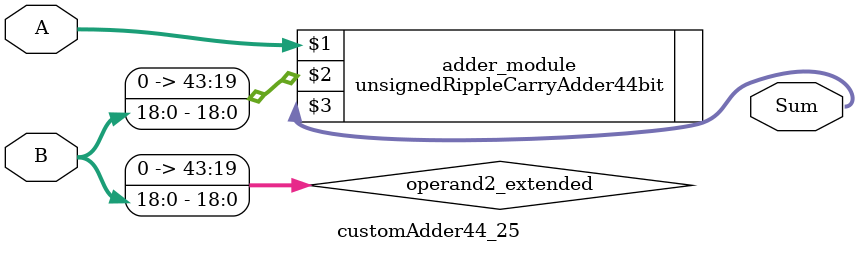
<source format=v>
module customAdder44_25(
                        input [43 : 0] A,
                        input [18 : 0] B,
                        
                        output [44 : 0] Sum
                );

        wire [43 : 0] operand2_extended;
        
        assign operand2_extended =  {25'b0, B};
        
        unsignedRippleCarryAdder44bit adder_module(
            A,
            operand2_extended,
            Sum
        );
        
        endmodule
        
</source>
